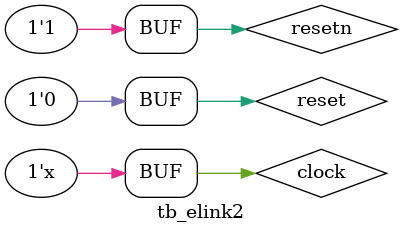
<source format=v>
/*
  Copyright (C) 2014 Adapteva, Inc.
 
  Contributed by Fred Huettig <fred@adapteva.com>

   This program is free software: you can redistribute it and/or modify
  it under the terms of the GNU General Public License as published by
  the Free Software Foundation, either version 3 of the License, or
  (at your option) any later version.This program is distributed in the hope 
  that it will be useful,but WITHOUT ANY WARRANTY; without even the implied 
  warranty of MERCHANTABILITY or FITNESS FOR A PARTICULAR PURPOSE.  See the
  GNU General Public License for more details. You should have received a copy 
  of the GNU General Public License along with this program (see the file 
  COPYING).  If not, see <http://www.gnu.org/licenses/>.
 */

`timescale 1ns/10ps

module tb_elink2 ();

   //Parallella Master parameters (connect to test slave)
   parameter MIDW  = 6;  //ID Width
   parameter MAW   = 32; //Address Bus Width
   parameter MDW   = 64; //Data Bus Width
   parameter MSTW  = 8;  //Number of strobes

   //Parallella Slave parameters (connect to test master)
   parameter SIDW  = 12; //ID Width
   parameter SAW   = 32; //Address Bus Width
   parameter SDW   = 32; //Data Bus Width
   parameter SSTW  = 8; //Number of strobes

   parameter CLOCKPERIOD = 10;

   reg clock;
   reg resetn;
   wire reset = ~resetn;
   
   initial begin
      clock <= 1'b0;
      resetn <= 1'b0;
      #50 resetn <= 1'b1;
   end

   always
     #(CLOCKPERIOD/2.0) clock <= ~clock;

   /*AUTOWIRE*/
   // Beginning of automatic wires (for undeclared instantiated-module outputs)
   wire [3:0]           DONE;                   // From maxi_gold of maxi_test.v, ...
   wire [3:0]           ERROR;                  // From maxi_gold of maxi_test.v, ...
   wire                 d2g_cclk_n;             // From golden of parallella.v
   wire                 d2g_cclk_p;             // From golden of parallella.v
   wire [7:0]           d2g_data_n;             // From dut of parallella.v
   wire [7:0]           d2g_data_p;             // From dut of parallella.v
   wire                 d2g_frame_n;            // From dut of parallella.v
   wire                 d2g_frame_p;            // From dut of parallella.v
   wire                 d2g_lclk_n;             // From dut of parallella.v
   wire                 d2g_lclk_p;             // From dut of parallella.v
   wire                 d2g_rd_wait_n;          // From golden of parallella.v
   wire                 d2g_rd_wait_p;          // From golden of parallella.v
   wire                 d2g_wr_wait_n;          // From golden of parallella.v
   wire                 d2g_wr_wait_p;          // From golden of parallella.v
   wire [MAW-1:0]       dut_emaxi_araddr;       // From dut of parallella.v
   wire [1:0]           dut_emaxi_arburst;      // From dut of parallella.v
   wire [3:0]           dut_emaxi_arcache;      // From dut of parallella.v
   wire [MIDW-1:0]      dut_emaxi_arid;         // From dut of parallella.v
   wire [3:0]           dut_emaxi_arlen;        // From dut of parallella.v
   wire [1:0]           dut_emaxi_arlock;       // From dut of parallella.v
   wire [2:0]           dut_emaxi_arprot;       // From dut of parallella.v
   wire [3:0]           dut_emaxi_arqos;        // From dut of parallella.v
   wire                 dut_emaxi_arready;      // From saxi_dut of saxi_test.v
   wire [2:0]           dut_emaxi_arsize;       // From dut of parallella.v
   wire                 dut_emaxi_arvalid;      // From dut of parallella.v
   wire [MAW-1:0]       dut_emaxi_awaddr;       // From dut of parallella.v
   wire [1:0]           dut_emaxi_awburst;      // From dut of parallella.v
   wire [3:0]           dut_emaxi_awcache;      // From dut of parallella.v
   wire [MIDW-1:0]      dut_emaxi_awid;         // From dut of parallella.v
   wire [3:0]           dut_emaxi_awlen;        // From dut of parallella.v
   wire [1:0]           dut_emaxi_awlock;       // From dut of parallella.v
   wire [2:0]           dut_emaxi_awprot;       // From dut of parallella.v
   wire [3:0]           dut_emaxi_awqos;        // From dut of parallella.v
   wire                 dut_emaxi_awready;      // From saxi_dut of saxi_test.v
   wire [2:0]           dut_emaxi_awsize;       // From dut of parallella.v
   wire                 dut_emaxi_awvalid;      // From dut of parallella.v
   wire [MIDW-1:0]      dut_emaxi_bid;          // From saxi_dut of saxi_test.v
   wire                 dut_emaxi_bready;       // From dut of parallella.v
   wire [1:0]           dut_emaxi_bresp;        // From saxi_dut of saxi_test.v
   wire                 dut_emaxi_bvalid;       // From saxi_dut of saxi_test.v
   wire [MDW-1:0]       dut_emaxi_rdata;        // From saxi_dut of saxi_test.v
   wire [MIDW-1:0]      dut_emaxi_rid;          // From saxi_dut of saxi_test.v
   wire                 dut_emaxi_rlast;        // From saxi_dut of saxi_test.v
   wire                 dut_emaxi_rready;       // From dut of parallella.v
   wire [1:0]           dut_emaxi_rresp;        // From saxi_dut of saxi_test.v
   wire                 dut_emaxi_rvalid;       // From saxi_dut of saxi_test.v
   wire [MDW-1:0]       dut_emaxi_wdata;        // From dut of parallella.v
   wire [MIDW-1:0]      dut_emaxi_wid;          // From dut of parallella.v
   wire                 dut_emaxi_wlast;        // From dut of parallella.v
   wire                 dut_emaxi_wready;       // From saxi_dut of saxi_test.v
   wire [MSTW-1:0]      dut_emaxi_wstrb;        // From dut of parallella.v
   wire                 dut_emaxi_wvalid;       // From dut of parallella.v
   wire [SAW-1:0]       dut_esaxi_araddr;       // From maxi_dut of maxi_test.v
   wire [1:0]           dut_esaxi_arburst;      // From maxi_dut of maxi_test.v
   wire [3:0]           dut_esaxi_arcache;      // From maxi_dut of maxi_test.v
   wire [SIDW-1:0]      dut_esaxi_arid;         // From maxi_dut of maxi_test.v
   wire [3:0]           dut_esaxi_arlen;        // From maxi_dut of maxi_test.v
   wire [1:0]           dut_esaxi_arlock;       // From maxi_dut of maxi_test.v
   wire [2:0]           dut_esaxi_arprot;       // From maxi_dut of maxi_test.v
   wire [3:0]           dut_esaxi_arqos;        // From maxi_dut of maxi_test.v
   wire                 dut_esaxi_arready;      // From dut of parallella.v
   wire [2:0]           dut_esaxi_arsize;       // From maxi_dut of maxi_test.v
   wire                 dut_esaxi_arvalid;      // From maxi_dut of maxi_test.v
   wire [SAW-1:0]       dut_esaxi_awaddr;       // From maxi_dut of maxi_test.v
   wire [1:0]           dut_esaxi_awburst;      // From maxi_dut of maxi_test.v
   wire [3:0]           dut_esaxi_awcache;      // From maxi_dut of maxi_test.v
   wire [SIDW-1:0]      dut_esaxi_awid;         // From maxi_dut of maxi_test.v
   wire [3:0]           dut_esaxi_awlen;        // From maxi_dut of maxi_test.v
   wire [1:0]           dut_esaxi_awlock;       // From maxi_dut of maxi_test.v
   wire [2:0]           dut_esaxi_awprot;       // From maxi_dut of maxi_test.v
   wire [3:0]           dut_esaxi_awqos;        // From maxi_dut of maxi_test.v
   wire                 dut_esaxi_awready;      // From dut of parallella.v
   wire [2:0]           dut_esaxi_awsize;       // From maxi_dut of maxi_test.v
   wire                 dut_esaxi_awvalid;      // From maxi_dut of maxi_test.v
   wire [SIDW-1:0]      dut_esaxi_bid;          // From dut of parallella.v
   wire                 dut_esaxi_bready;       // From maxi_dut of maxi_test.v
   wire [1:0]           dut_esaxi_bresp;        // From dut of parallella.v
   wire                 dut_esaxi_bvalid;       // From dut of parallella.v
   wire [SDW-1:0]       dut_esaxi_rdata;        // From dut of parallella.v
   wire [SIDW-1:0]      dut_esaxi_rid;          // From dut of parallella.v
   wire                 dut_esaxi_rlast;        // From dut of parallella.v
   wire                 dut_esaxi_rready;       // From maxi_dut of maxi_test.v
   wire [1:0]           dut_esaxi_rresp;        // From dut of parallella.v
   wire                 dut_esaxi_rvalid;       // From dut of parallella.v
   wire [SDW-1:0]       dut_esaxi_wdata;        // From maxi_dut of maxi_test.v
   wire [SIDW-1:0]      dut_esaxi_wid;          // From maxi_dut of maxi_test.v
   wire                 dut_esaxi_wlast;        // From maxi_dut of maxi_test.v
   wire                 dut_esaxi_wready;       // From dut of parallella.v
   wire [SSTW-1:0]      dut_esaxi_wstrb;        // From maxi_dut of maxi_test.v
   wire                 dut_esaxi_wvalid;       // From maxi_dut of maxi_test.v
   wire                 g2d_cclk_n;             // From dut of parallella.v
   wire                 g2d_cclk_p;             // From dut of parallella.v
   wire [7:0]           g2d_data_n;             // From golden of parallella.v
   wire [7:0]           g2d_data_p;             // From golden of parallella.v
   wire                 g2d_frame_n;            // From golden of parallella.v
   wire                 g2d_frame_p;            // From golden of parallella.v
   wire                 g2d_lclk_n;             // From golden of parallella.v
   wire                 g2d_lclk_p;             // From golden of parallella.v
   wire                 g2d_rd_wait_n;          // From dut of parallella.v
   wire                 g2d_rd_wait_p;          // From dut of parallella.v
   wire                 g2d_wr_wait_n;          // From dut of parallella.v
   wire                 g2d_wr_wait_p;          // From dut of parallella.v
   wire [MAW-1:0]       gold_emaxi_araddr;      // From golden of parallella.v
   wire [1:0]           gold_emaxi_arburst;     // From golden of parallella.v
   wire [3:0]           gold_emaxi_arcache;     // From golden of parallella.v
   wire [MIDW-1:0]      gold_emaxi_arid;        // From golden of parallella.v
   wire [3:0]           gold_emaxi_arlen;       // From golden of parallella.v
   wire [1:0]           gold_emaxi_arlock;      // From golden of parallella.v
   wire [2:0]           gold_emaxi_arprot;      // From golden of parallella.v
   wire [3:0]           gold_emaxi_arqos;       // From golden of parallella.v
   wire                 gold_emaxi_arready;     // From saxi_gold of saxi_test.v
   wire [2:0]           gold_emaxi_arsize;      // From golden of parallella.v
   wire                 gold_emaxi_arvalid;     // From golden of parallella.v
   wire [MAW-1:0]       gold_emaxi_awaddr;      // From golden of parallella.v
   wire [1:0]           gold_emaxi_awburst;     // From golden of parallella.v
   wire [3:0]           gold_emaxi_awcache;     // From golden of parallella.v
   wire [MIDW-1:0]      gold_emaxi_awid;        // From golden of parallella.v
   wire [3:0]           gold_emaxi_awlen;       // From golden of parallella.v
   wire [1:0]           gold_emaxi_awlock;      // From golden of parallella.v
   wire [2:0]           gold_emaxi_awprot;      // From golden of parallella.v
   wire [3:0]           gold_emaxi_awqos;       // From golden of parallella.v
   wire                 gold_emaxi_awready;     // From saxi_gold of saxi_test.v
   wire [2:0]           gold_emaxi_awsize;      // From golden of parallella.v
   wire                 gold_emaxi_awvalid;     // From golden of parallella.v
   wire [MIDW-1:0]      gold_emaxi_bid;         // From saxi_gold of saxi_test.v
   wire                 gold_emaxi_bready;      // From golden of parallella.v
   wire [1:0]           gold_emaxi_bresp;       // From saxi_gold of saxi_test.v
   wire                 gold_emaxi_bvalid;      // From saxi_gold of saxi_test.v
   wire [MDW-1:0]       gold_emaxi_rdata;       // From saxi_gold of saxi_test.v
   wire [MIDW-1:0]      gold_emaxi_rid;         // From saxi_gold of saxi_test.v
   wire                 gold_emaxi_rlast;       // From saxi_gold of saxi_test.v
   wire                 gold_emaxi_rready;      // From golden of parallella.v
   wire [1:0]           gold_emaxi_rresp;       // From saxi_gold of saxi_test.v
   wire                 gold_emaxi_rvalid;      // From saxi_gold of saxi_test.v
   wire [MDW-1:0]       gold_emaxi_wdata;       // From golden of parallella.v
   wire [MIDW-1:0]      gold_emaxi_wid;         // From golden of parallella.v
   wire                 gold_emaxi_wlast;       // From golden of parallella.v
   wire                 gold_emaxi_wready;      // From saxi_gold of saxi_test.v
   wire [MSTW-1:0]      gold_emaxi_wstrb;       // From golden of parallella.v
   wire                 gold_emaxi_wvalid;      // From golden of parallella.v
   wire [SAW-1:0]       gold_esaxi_araddr;      // From maxi_gold of maxi_test.v
   wire [1:0]           gold_esaxi_arburst;     // From maxi_gold of maxi_test.v
   wire [3:0]           gold_esaxi_arcache;     // From maxi_gold of maxi_test.v
   wire [SIDW-1:0]      gold_esaxi_arid;        // From maxi_gold of maxi_test.v
   wire [3:0]           gold_esaxi_arlen;       // From maxi_gold of maxi_test.v
   wire [1:0]           gold_esaxi_arlock;      // From maxi_gold of maxi_test.v
   wire [2:0]           gold_esaxi_arprot;      // From maxi_gold of maxi_test.v
   wire [3:0]           gold_esaxi_arqos;       // From maxi_gold of maxi_test.v
   wire                 gold_esaxi_arready;     // From golden of parallella.v
   wire [2:0]           gold_esaxi_arsize;      // From maxi_gold of maxi_test.v
   wire                 gold_esaxi_arvalid;     // From maxi_gold of maxi_test.v
   wire [SAW-1:0]       gold_esaxi_awaddr;      // From maxi_gold of maxi_test.v
   wire [1:0]           gold_esaxi_awburst;     // From maxi_gold of maxi_test.v
   wire [3:0]           gold_esaxi_awcache;     // From maxi_gold of maxi_test.v
   wire [SIDW-1:0]      gold_esaxi_awid;        // From maxi_gold of maxi_test.v
   wire [3:0]           gold_esaxi_awlen;       // From maxi_gold of maxi_test.v
   wire [1:0]           gold_esaxi_awlock;      // From maxi_gold of maxi_test.v
   wire [2:0]           gold_esaxi_awprot;      // From maxi_gold of maxi_test.v
   wire [3:0]           gold_esaxi_awqos;       // From maxi_gold of maxi_test.v
   wire                 gold_esaxi_awready;     // From golden of parallella.v
   wire [2:0]           gold_esaxi_awsize;      // From maxi_gold of maxi_test.v
   wire                 gold_esaxi_awvalid;     // From maxi_gold of maxi_test.v
   wire [SIDW-1:0]      gold_esaxi_bid;         // From golden of parallella.v
   wire                 gold_esaxi_bready;      // From maxi_gold of maxi_test.v
   wire [1:0]           gold_esaxi_bresp;       // From golden of parallella.v
   wire                 gold_esaxi_bvalid;      // From golden of parallella.v
   wire [SDW-1:0]       gold_esaxi_rdata;       // From golden of parallella.v
   wire [SIDW-1:0]      gold_esaxi_rid;         // From golden of parallella.v
   wire                 gold_esaxi_rlast;       // From golden of parallella.v
   wire                 gold_esaxi_rready;      // From maxi_gold of maxi_test.v
   wire [1:0]           gold_esaxi_rresp;       // From golden of parallella.v
   wire                 gold_esaxi_rvalid;      // From golden of parallella.v
   wire [SDW-1:0]       gold_esaxi_wdata;       // From maxi_gold of maxi_test.v
   wire [SIDW-1:0]      gold_esaxi_wid;         // From maxi_gold of maxi_test.v
   wire                 gold_esaxi_wlast;       // From maxi_gold of maxi_test.v
   wire                 gold_esaxi_wready;      // From golden of parallella.v
   wire [SSTW-1:0]      gold_esaxi_wstrb;       // From maxi_gold of maxi_test.v
   wire                 gold_esaxi_wvalid;      // From maxi_gold of maxi_test.v
   // End of automatics

   /* maxi_test AUTO_TEMPLATE(
    .ERROR        (ERROR[0]),
    .DONE         (DONE[0]),
    ..*_aclk      (clock),
    ..*_aresetn   (resetn),
    .m_axi\(.*\)  (gold_esaxi\1[]),
    ); */

   maxi_test
     #(/*AUTOINSTPARAM*/
       // Parameters
       .SIDW                            (SIDW),
       .SAW                             (SAW),
       .SDW                             (SDW),
       .SSTW                            (SSTW))
   maxi_gold
     (/*AUTOINST*/
      // Outputs
      .ERROR                            (ERROR[0]),              // Templated
      .DONE                             (DONE[0]),               // Templated
      .m_axi_awid                       (gold_esaxi_awid[SIDW-1:0]), // Templated
      .m_axi_awaddr                     (gold_esaxi_awaddr[SAW-1:0]), // Templated
      .m_axi_awlen                      (gold_esaxi_awlen[3:0]), // Templated
      .m_axi_awsize                     (gold_esaxi_awsize[2:0]), // Templated
      .m_axi_awburst                    (gold_esaxi_awburst[1:0]), // Templated
      .m_axi_awlock                     (gold_esaxi_awlock[1:0]), // Templated
      .m_axi_awcache                    (gold_esaxi_awcache[3:0]), // Templated
      .m_axi_awprot                     (gold_esaxi_awprot[2:0]), // Templated
      .m_axi_awvalid                    (gold_esaxi_awvalid),    // Templated
      .m_axi_awqos                      (gold_esaxi_awqos[3:0]), // Templated
      .m_axi_wid                        (gold_esaxi_wid[SIDW-1:0]), // Templated
      .m_axi_wdata                      (gold_esaxi_wdata[SDW-1:0]), // Templated
      .m_axi_wstrb                      (gold_esaxi_wstrb[SSTW-1:0]), // Templated
      .m_axi_wlast                      (gold_esaxi_wlast),      // Templated
      .m_axi_wvalid                     (gold_esaxi_wvalid),     // Templated
      .m_axi_bready                     (gold_esaxi_bready),     // Templated
      .m_axi_arid                       (gold_esaxi_arid[SIDW-1:0]), // Templated
      .m_axi_araddr                     (gold_esaxi_araddr[SAW-1:0]), // Templated
      .m_axi_arlen                      (gold_esaxi_arlen[3:0]), // Templated
      .m_axi_arsize                     (gold_esaxi_arsize[2:0]), // Templated
      .m_axi_arburst                    (gold_esaxi_arburst[1:0]), // Templated
      .m_axi_arlock                     (gold_esaxi_arlock[1:0]), // Templated
      .m_axi_arcache                    (gold_esaxi_arcache[3:0]), // Templated
      .m_axi_arprot                     (gold_esaxi_arprot[2:0]), // Templated
      .m_axi_arvalid                    (gold_esaxi_arvalid),    // Templated
      .m_axi_arqos                      (gold_esaxi_arqos[3:0]), // Templated
      .m_axi_rready                     (gold_esaxi_rready),     // Templated
      // Inputs
      .m_axi_aclk                       (clock),                 // Templated
      .m_axi_aresetn                    (resetn),                // Templated
      .m_axi_awready                    (gold_esaxi_awready),    // Templated
      .m_axi_wready                     (gold_esaxi_wready),     // Templated
      .m_axi_bid                        (gold_esaxi_bid[SIDW-1:0]), // Templated
      .m_axi_bresp                      (gold_esaxi_bresp[1:0]), // Templated
      .m_axi_bvalid                     (gold_esaxi_bvalid),     // Templated
      .m_axi_arready                    (gold_esaxi_arready),    // Templated
      .m_axi_rid                        (gold_esaxi_rid[SIDW-1:0]), // Templated
      .m_axi_rdata                      (gold_esaxi_rdata[SDW-1:0]), // Templated
      .m_axi_rresp                      (gold_esaxi_rresp[1:0]), // Templated
      .m_axi_rlast                      (gold_esaxi_rlast),      // Templated
      .m_axi_rvalid                     (gold_esaxi_rvalid));     // Templated

   /* saxi_test AUTO_TEMPLATE(
    .ERROR        (ERROR[1]),
    .DONE         (DONE[1]),
    ..*_aclk      (clock),
    ..*_aresetn   (resetn),
    .s_axi\(.*\)  (gold_emaxi\1[]),
    ); */

   saxi_test
     #(/*AUTOINSTPARAM*/
       // Parameters
       .MIDW                            (MIDW),
       .MAW                             (MAW),
       .MDW                             (MDW),
       .MSTW                            (MSTW))
   saxi_gold
     (/*AUTOINST*/
      // Outputs
      .ERROR                            (ERROR[1]),              // Templated
      .DONE                             (DONE[1]),               // Templated
      .s_axi_awready                    (gold_emaxi_awready),    // Templated
      .s_axi_wready                     (gold_emaxi_wready),     // Templated
      .s_axi_bid                        (gold_emaxi_bid[MIDW-1:0]), // Templated
      .s_axi_bresp                      (gold_emaxi_bresp[1:0]), // Templated
      .s_axi_bvalid                     (gold_emaxi_bvalid),     // Templated
      .s_axi_arready                    (gold_emaxi_arready),    // Templated
      .s_axi_rid                        (gold_emaxi_rid[MIDW-1:0]), // Templated
      .s_axi_rdata                      (gold_emaxi_rdata[MDW-1:0]), // Templated
      .s_axi_rresp                      (gold_emaxi_rresp[1:0]), // Templated
      .s_axi_rlast                      (gold_emaxi_rlast),      // Templated
      .s_axi_rvalid                     (gold_emaxi_rvalid),     // Templated
      // Inputs
      .s_axi_aclk                       (clock),                 // Templated
      .s_axi_aresetn                    (resetn),                // Templated
      .s_axi_awid                       (gold_emaxi_awid[MIDW-1:0]), // Templated
      .s_axi_awaddr                     (gold_emaxi_awaddr[MAW-1:0]), // Templated
      .s_axi_awlen                      (gold_emaxi_awlen[3:0]), // Templated
      .s_axi_awsize                     (gold_emaxi_awsize[2:0]), // Templated
      .s_axi_awburst                    (gold_emaxi_awburst[1:0]), // Templated
      .s_axi_awlock                     (gold_emaxi_awlock[1:0]), // Templated
      .s_axi_awcache                    (gold_emaxi_awcache[3:0]), // Templated
      .s_axi_awprot                     (gold_emaxi_awprot[2:0]), // Templated
      .s_axi_awvalid                    (gold_emaxi_awvalid),    // Templated
      .s_axi_awqos                      (gold_emaxi_awqos[3:0]), // Templated
      .s_axi_wid                        (gold_emaxi_wid[MIDW-1:0]), // Templated
      .s_axi_wdata                      (gold_emaxi_wdata[MDW-1:0]), // Templated
      .s_axi_wstrb                      (gold_emaxi_wstrb[MSTW-1:0]), // Templated
      .s_axi_wlast                      (gold_emaxi_wlast),      // Templated
      .s_axi_wvalid                     (gold_emaxi_wvalid),     // Templated
      .s_axi_bready                     (gold_emaxi_bready),     // Templated
      .s_axi_arid                       (gold_emaxi_arid[MIDW-1:0]), // Templated
      .s_axi_araddr                     (gold_emaxi_araddr[MAW-1:0]), // Templated
      .s_axi_arlen                      (gold_emaxi_arlen[3:0]), // Templated
      .s_axi_arsize                     (gold_emaxi_arsize[2:0]), // Templated
      .s_axi_arburst                    (gold_emaxi_arburst[1:0]), // Templated
      .s_axi_arlock                     (gold_emaxi_arlock[1:0]), // Templated
      .s_axi_arcache                    (gold_emaxi_arcache[3:0]), // Templated
      .s_axi_arprot                     (gold_emaxi_arprot[2:0]), // Templated
      .s_axi_arvalid                    (gold_emaxi_arvalid),    // Templated
      .s_axi_arqos                      (gold_emaxi_arqos[3:0]), // Templated
      .s_axi_rready                     (gold_emaxi_rready));     // Templated
   

   /* parallella AUTO_TEMPLATE(
    ..*_aclk      (clock),
    ..*_aresetn   (resetn),
    .tx[io]\(.*\) (g2d\1[]),
    .rx[io]\(.*\) (d2g\1[]),
    .emaxi\(.*\)  (gold_emaxi\1[]),
    .esaxi\(.*\)  (gold_esaxi\1[]),
    ); */

   // Reference module
   parallella golden
     (
      .csysack                          (),
      .csysreq                          (1'b0),
      .cactive                          (),
      .reset_chip                       (),
      .reset_fpga                       (),
      .clkin_100                        (clock),
      /*AUTOINST*/
      // Outputs
      .txo_data_p                       (g2d_data_p[7:0]),       // Templated
      .txo_data_n                       (g2d_data_n[7:0]),       // Templated
      .txo_frame_p                      (g2d_frame_p),           // Templated
      .txo_frame_n                      (g2d_frame_n),           // Templated
      .txo_lclk_p                       (g2d_lclk_p),            // Templated
      .txo_lclk_n                       (g2d_lclk_n),            // Templated
      .rxo_wr_wait_p                    (d2g_wr_wait_p),         // Templated
      .rxo_wr_wait_n                    (d2g_wr_wait_n),         // Templated
      .rxo_rd_wait_p                    (d2g_rd_wait_p),         // Templated
      .rxo_rd_wait_n                    (d2g_rd_wait_n),         // Templated
      .rxi_cclk_p                       (d2g_cclk_p),            // Templated
      .rxi_cclk_n                       (d2g_cclk_n),            // Templated
      .emaxi_awid                       (gold_emaxi_awid[MIDW-1:0]), // Templated
      .emaxi_awaddr                     (gold_emaxi_awaddr[MAW-1:0]), // Templated
      .emaxi_awlen                      (gold_emaxi_awlen[3:0]), // Templated
      .emaxi_awsize                     (gold_emaxi_awsize[2:0]), // Templated
      .emaxi_awburst                    (gold_emaxi_awburst[1:0]), // Templated
      .emaxi_awlock                     (gold_emaxi_awlock[1:0]), // Templated
      .emaxi_awcache                    (gold_emaxi_awcache[3:0]), // Templated
      .emaxi_awprot                     (gold_emaxi_awprot[2:0]), // Templated
      .emaxi_awvalid                    (gold_emaxi_awvalid),    // Templated
      .esaxi_awready                    (gold_esaxi_awready),    // Templated
      .emaxi_wid                        (gold_emaxi_wid[MIDW-1:0]), // Templated
      .emaxi_wdata                      (gold_emaxi_wdata[MDW-1:0]), // Templated
      .emaxi_wstrb                      (gold_emaxi_wstrb[MSTW-1:0]), // Templated
      .emaxi_wlast                      (gold_emaxi_wlast),      // Templated
      .emaxi_wvalid                     (gold_emaxi_wvalid),     // Templated
      .esaxi_wready                     (gold_esaxi_wready),     // Templated
      .emaxi_bready                     (gold_emaxi_bready),     // Templated
      .esaxi_bid                        (gold_esaxi_bid[SIDW-1:0]), // Templated
      .esaxi_bresp                      (gold_esaxi_bresp[1:0]), // Templated
      .esaxi_bvalid                     (gold_esaxi_bvalid),     // Templated
      .emaxi_arid                       (gold_emaxi_arid[MIDW-1:0]), // Templated
      .emaxi_araddr                     (gold_emaxi_araddr[MAW-1:0]), // Templated
      .emaxi_arlen                      (gold_emaxi_arlen[3:0]), // Templated
      .emaxi_arsize                     (gold_emaxi_arsize[2:0]), // Templated
      .emaxi_arburst                    (gold_emaxi_arburst[1:0]), // Templated
      .emaxi_arlock                     (gold_emaxi_arlock[1:0]), // Templated
      .emaxi_arcache                    (gold_emaxi_arcache[3:0]), // Templated
      .emaxi_arprot                     (gold_emaxi_arprot[2:0]), // Templated
      .emaxi_arvalid                    (gold_emaxi_arvalid),    // Templated
      .esaxi_arready                    (gold_esaxi_arready),    // Templated
      .emaxi_rready                     (gold_emaxi_rready),     // Templated
      .esaxi_rid                        (gold_esaxi_rid[SIDW-1:0]), // Templated
      .esaxi_rdata                      (gold_esaxi_rdata[SDW-1:0]), // Templated
      .esaxi_rresp                      (gold_esaxi_rresp[1:0]), // Templated
      .esaxi_rlast                      (gold_esaxi_rlast),      // Templated
      .esaxi_rvalid                     (gold_esaxi_rvalid),     // Templated
      .emaxi_awqos                      (gold_emaxi_awqos[3:0]), // Templated
      .emaxi_arqos                      (gold_emaxi_arqos[3:0]), // Templated
      // Inputs
      .esaxi_aclk                       (clock),                 // Templated
      .emaxi_aclk                       (clock),                 // Templated
      .reset                            (reset),
      .esaxi_aresetn                    (resetn),                // Templated
      .emaxi_aresetn                    (resetn),                // Templated
      .rxi_data_p                       (d2g_data_p[7:0]),       // Templated
      .rxi_data_n                       (d2g_data_n[7:0]),       // Templated
      .rxi_frame_p                      (d2g_frame_p),           // Templated
      .rxi_frame_n                      (d2g_frame_n),           // Templated
      .rxi_lclk_p                       (d2g_lclk_p),            // Templated
      .rxi_lclk_n                       (d2g_lclk_n),            // Templated
      .txi_wr_wait_p                    (g2d_wr_wait_p),         // Templated
      .txi_wr_wait_n                    (g2d_wr_wait_n),         // Templated
      .txi_rd_wait_p                    (g2d_rd_wait_p),         // Templated
      .txi_rd_wait_n                    (g2d_rd_wait_n),         // Templated
      .emaxi_awready                    (gold_emaxi_awready),    // Templated
      .esaxi_awid                       (gold_esaxi_awid[SIDW-1:0]), // Templated
      .esaxi_awaddr                     (gold_esaxi_awaddr[MAW-1:0]), // Templated
      .esaxi_awlen                      (gold_esaxi_awlen[3:0]), // Templated
      .esaxi_awsize                     (gold_esaxi_awsize[2:0]), // Templated
      .esaxi_awburst                    (gold_esaxi_awburst[1:0]), // Templated
      .esaxi_awlock                     (gold_esaxi_awlock[1:0]), // Templated
      .esaxi_awcache                    (gold_esaxi_awcache[3:0]), // Templated
      .esaxi_awprot                     (gold_esaxi_awprot[2:0]), // Templated
      .esaxi_awvalid                    (gold_esaxi_awvalid),    // Templated
      .emaxi_wready                     (gold_emaxi_wready),     // Templated
      .esaxi_wid                        (gold_esaxi_wid[SIDW-1:0]), // Templated
      .esaxi_wdata                      (gold_esaxi_wdata[SDW-1:0]), // Templated
      .esaxi_wstrb                      (gold_esaxi_wstrb[SSTW-1:0]), // Templated
      .esaxi_wlast                      (gold_esaxi_wlast),      // Templated
      .esaxi_wvalid                     (gold_esaxi_wvalid),     // Templated
      .emaxi_bid                        (gold_emaxi_bid[MIDW-1:0]), // Templated
      .emaxi_bresp                      (gold_emaxi_bresp[1:0]), // Templated
      .emaxi_bvalid                     (gold_emaxi_bvalid),     // Templated
      .esaxi_bready                     (gold_esaxi_bready),     // Templated
      .emaxi_arready                    (gold_emaxi_arready),    // Templated
      .esaxi_arid                       (gold_esaxi_arid[SIDW-1:0]), // Templated
      .esaxi_araddr                     (gold_esaxi_araddr[MAW-1:0]), // Templated
      .esaxi_arlen                      (gold_esaxi_arlen[3:0]), // Templated
      .esaxi_arsize                     (gold_esaxi_arsize[2:0]), // Templated
      .esaxi_arburst                    (gold_esaxi_arburst[1:0]), // Templated
      .esaxi_arlock                     (gold_esaxi_arlock[1:0]), // Templated
      .esaxi_arcache                    (gold_esaxi_arcache[3:0]), // Templated
      .esaxi_arprot                     (gold_esaxi_arprot[2:0]), // Templated
      .esaxi_arvalid                    (gold_esaxi_arvalid),    // Templated
      .emaxi_rid                        (gold_emaxi_rid[MIDW-1:0]), // Templated
      .emaxi_rdata                      (gold_emaxi_rdata[MDW-1:0]), // Templated
      .emaxi_rresp                      (gold_emaxi_rresp[1:0]), // Templated
      .emaxi_rlast                      (gold_emaxi_rlast),      // Templated
      .emaxi_rvalid                     (gold_emaxi_rvalid),     // Templated
      .esaxi_rready                     (gold_esaxi_rready),     // Templated
      .esaxi_awqos                      (gold_esaxi_awqos[3:0]), // Templated
      .esaxi_arqos                      (gold_esaxi_arqos[3:0])); // Templated

   /* parallella AUTO_TEMPLATE(
    ..*_aclk      (clock),
    ..*_aresetn   (resetn),
    .tx[io]\(.*\) (d2g\1[]),
    .rx[io]\(.*\) (g2d\1[]),
    .emaxi\(.*\)  (dut_emaxi\1[]),
    .esaxi\(.*\)  (dut_esaxi\1[]),
    ); */

  parallella dut
     (
      .csysack                          (),
      .csysreq                          (1'b0),
      .cactive                          (),
      .reset_chip                       (),
      .reset_fpga                       (),
      .clkin_100                        (clock),
      /*AUTOINST*/
      // Outputs
      .txo_data_p                       (d2g_data_p[7:0]),       // Templated
      .txo_data_n                       (d2g_data_n[7:0]),       // Templated
      .txo_frame_p                      (d2g_frame_p),           // Templated
      .txo_frame_n                      (d2g_frame_n),           // Templated
      .txo_lclk_p                       (d2g_lclk_p),            // Templated
      .txo_lclk_n                       (d2g_lclk_n),            // Templated
      .rxo_wr_wait_p                    (g2d_wr_wait_p),         // Templated
      .rxo_wr_wait_n                    (g2d_wr_wait_n),         // Templated
      .rxo_rd_wait_p                    (g2d_rd_wait_p),         // Templated
      .rxo_rd_wait_n                    (g2d_rd_wait_n),         // Templated
      .rxi_cclk_p                       (g2d_cclk_p),            // Templated
      .rxi_cclk_n                       (g2d_cclk_n),            // Templated
      .emaxi_awid                       (dut_emaxi_awid[MIDW-1:0]), // Templated
      .emaxi_awaddr                     (dut_emaxi_awaddr[MAW-1:0]), // Templated
      .emaxi_awlen                      (dut_emaxi_awlen[3:0]),  // Templated
      .emaxi_awsize                     (dut_emaxi_awsize[2:0]), // Templated
      .emaxi_awburst                    (dut_emaxi_awburst[1:0]), // Templated
      .emaxi_awlock                     (dut_emaxi_awlock[1:0]), // Templated
      .emaxi_awcache                    (dut_emaxi_awcache[3:0]), // Templated
      .emaxi_awprot                     (dut_emaxi_awprot[2:0]), // Templated
      .emaxi_awvalid                    (dut_emaxi_awvalid),     // Templated
      .esaxi_awready                    (dut_esaxi_awready),     // Templated
      .emaxi_wid                        (dut_emaxi_wid[MIDW-1:0]), // Templated
      .emaxi_wdata                      (dut_emaxi_wdata[MDW-1:0]), // Templated
      .emaxi_wstrb                      (dut_emaxi_wstrb[MSTW-1:0]), // Templated
      .emaxi_wlast                      (dut_emaxi_wlast),       // Templated
      .emaxi_wvalid                     (dut_emaxi_wvalid),      // Templated
      .esaxi_wready                     (dut_esaxi_wready),      // Templated
      .emaxi_bready                     (dut_emaxi_bready),      // Templated
      .esaxi_bid                        (dut_esaxi_bid[SIDW-1:0]), // Templated
      .esaxi_bresp                      (dut_esaxi_bresp[1:0]),  // Templated
      .esaxi_bvalid                     (dut_esaxi_bvalid),      // Templated
      .emaxi_arid                       (dut_emaxi_arid[MIDW-1:0]), // Templated
      .emaxi_araddr                     (dut_emaxi_araddr[MAW-1:0]), // Templated
      .emaxi_arlen                      (dut_emaxi_arlen[3:0]),  // Templated
      .emaxi_arsize                     (dut_emaxi_arsize[2:0]), // Templated
      .emaxi_arburst                    (dut_emaxi_arburst[1:0]), // Templated
      .emaxi_arlock                     (dut_emaxi_arlock[1:0]), // Templated
      .emaxi_arcache                    (dut_emaxi_arcache[3:0]), // Templated
      .emaxi_arprot                     (dut_emaxi_arprot[2:0]), // Templated
      .emaxi_arvalid                    (dut_emaxi_arvalid),     // Templated
      .esaxi_arready                    (dut_esaxi_arready),     // Templated
      .emaxi_rready                     (dut_emaxi_rready),      // Templated
      .esaxi_rid                        (dut_esaxi_rid[SIDW-1:0]), // Templated
      .esaxi_rdata                      (dut_esaxi_rdata[SDW-1:0]), // Templated
      .esaxi_rresp                      (dut_esaxi_rresp[1:0]),  // Templated
      .esaxi_rlast                      (dut_esaxi_rlast),       // Templated
      .esaxi_rvalid                     (dut_esaxi_rvalid),      // Templated
      .emaxi_awqos                      (dut_emaxi_awqos[3:0]),  // Templated
      .emaxi_arqos                      (dut_emaxi_arqos[3:0]),  // Templated
      // Inputs
      .esaxi_aclk                       (clock),                 // Templated
      .emaxi_aclk                       (clock),                 // Templated
      .reset                            (reset),
      .esaxi_aresetn                    (resetn),                // Templated
      .emaxi_aresetn                    (resetn),                // Templated
      .rxi_data_p                       (g2d_data_p[7:0]),       // Templated
      .rxi_data_n                       (g2d_data_n[7:0]),       // Templated
      .rxi_frame_p                      (g2d_frame_p),           // Templated
      .rxi_frame_n                      (g2d_frame_n),           // Templated
      .rxi_lclk_p                       (g2d_lclk_p),            // Templated
      .rxi_lclk_n                       (g2d_lclk_n),            // Templated
      .txi_wr_wait_p                    (d2g_wr_wait_p),         // Templated
      .txi_wr_wait_n                    (d2g_wr_wait_n),         // Templated
      .txi_rd_wait_p                    (d2g_rd_wait_p),         // Templated
      .txi_rd_wait_n                    (d2g_rd_wait_n),         // Templated
      .emaxi_awready                    (dut_emaxi_awready),     // Templated
      .esaxi_awid                       (dut_esaxi_awid[SIDW-1:0]), // Templated
      .esaxi_awaddr                     (dut_esaxi_awaddr[MAW-1:0]), // Templated
      .esaxi_awlen                      (dut_esaxi_awlen[3:0]),  // Templated
      .esaxi_awsize                     (dut_esaxi_awsize[2:0]), // Templated
      .esaxi_awburst                    (dut_esaxi_awburst[1:0]), // Templated
      .esaxi_awlock                     (dut_esaxi_awlock[1:0]), // Templated
      .esaxi_awcache                    (dut_esaxi_awcache[3:0]), // Templated
      .esaxi_awprot                     (dut_esaxi_awprot[2:0]), // Templated
      .esaxi_awvalid                    (dut_esaxi_awvalid),     // Templated
      .emaxi_wready                     (dut_emaxi_wready),      // Templated
      .esaxi_wid                        (dut_esaxi_wid[SIDW-1:0]), // Templated
      .esaxi_wdata                      (dut_esaxi_wdata[SDW-1:0]), // Templated
      .esaxi_wstrb                      (dut_esaxi_wstrb[SSTW-1:0]), // Templated
      .esaxi_wlast                      (dut_esaxi_wlast),       // Templated
      .esaxi_wvalid                     (dut_esaxi_wvalid),      // Templated
      .emaxi_bid                        (dut_emaxi_bid[MIDW-1:0]), // Templated
      .emaxi_bresp                      (dut_emaxi_bresp[1:0]),  // Templated
      .emaxi_bvalid                     (dut_emaxi_bvalid),      // Templated
      .esaxi_bready                     (dut_esaxi_bready),      // Templated
      .emaxi_arready                    (dut_emaxi_arready),     // Templated
      .esaxi_arid                       (dut_esaxi_arid[SIDW-1:0]), // Templated
      .esaxi_araddr                     (dut_esaxi_araddr[MAW-1:0]), // Templated
      .esaxi_arlen                      (dut_esaxi_arlen[3:0]),  // Templated
      .esaxi_arsize                     (dut_esaxi_arsize[2:0]), // Templated
      .esaxi_arburst                    (dut_esaxi_arburst[1:0]), // Templated
      .esaxi_arlock                     (dut_esaxi_arlock[1:0]), // Templated
      .esaxi_arcache                    (dut_esaxi_arcache[3:0]), // Templated
      .esaxi_arprot                     (dut_esaxi_arprot[2:0]), // Templated
      .esaxi_arvalid                    (dut_esaxi_arvalid),     // Templated
      .emaxi_rid                        (dut_emaxi_rid[MIDW-1:0]), // Templated
      .emaxi_rdata                      (dut_emaxi_rdata[MDW-1:0]), // Templated
      .emaxi_rresp                      (dut_emaxi_rresp[1:0]),  // Templated
      .emaxi_rlast                      (dut_emaxi_rlast),       // Templated
      .emaxi_rvalid                     (dut_emaxi_rvalid),      // Templated
      .esaxi_rready                     (dut_esaxi_rready),      // Templated
      .esaxi_awqos                      (dut_esaxi_awqos[3:0]),  // Templated
      .esaxi_arqos                      (dut_esaxi_arqos[3:0]));  // Templated

   /* maxi_test AUTO_TEMPLATE(
    .ERROR        (ERROR[2]),
    .DONE         (DONE[2]),
    ..*_aclk      (clock),
    ..*_aresetn   (resetn),
    .m_axi\(.*\)  (dut_esaxi\1[]),
    ); */

   maxi_test
     #(/*AUTOINSTPARAM*/
       // Parameters
       .SIDW                            (SIDW),
       .SAW                             (SAW),
       .SDW                             (SDW),
       .SSTW                            (SSTW))
   maxi_dut
     (/*AUTOINST*/
      // Outputs
      .ERROR                            (ERROR[2]),              // Templated
      .DONE                             (DONE[2]),               // Templated
      .m_axi_awid                       (dut_esaxi_awid[SIDW-1:0]), // Templated
      .m_axi_awaddr                     (dut_esaxi_awaddr[SAW-1:0]), // Templated
      .m_axi_awlen                      (dut_esaxi_awlen[3:0]),  // Templated
      .m_axi_awsize                     (dut_esaxi_awsize[2:0]), // Templated
      .m_axi_awburst                    (dut_esaxi_awburst[1:0]), // Templated
      .m_axi_awlock                     (dut_esaxi_awlock[1:0]), // Templated
      .m_axi_awcache                    (dut_esaxi_awcache[3:0]), // Templated
      .m_axi_awprot                     (dut_esaxi_awprot[2:0]), // Templated
      .m_axi_awvalid                    (dut_esaxi_awvalid),     // Templated
      .m_axi_awqos                      (dut_esaxi_awqos[3:0]),  // Templated
      .m_axi_wid                        (dut_esaxi_wid[SIDW-1:0]), // Templated
      .m_axi_wdata                      (dut_esaxi_wdata[SDW-1:0]), // Templated
      .m_axi_wstrb                      (dut_esaxi_wstrb[SSTW-1:0]), // Templated
      .m_axi_wlast                      (dut_esaxi_wlast),       // Templated
      .m_axi_wvalid                     (dut_esaxi_wvalid),      // Templated
      .m_axi_bready                     (dut_esaxi_bready),      // Templated
      .m_axi_arid                       (dut_esaxi_arid[SIDW-1:0]), // Templated
      .m_axi_araddr                     (dut_esaxi_araddr[SAW-1:0]), // Templated
      .m_axi_arlen                      (dut_esaxi_arlen[3:0]),  // Templated
      .m_axi_arsize                     (dut_esaxi_arsize[2:0]), // Templated
      .m_axi_arburst                    (dut_esaxi_arburst[1:0]), // Templated
      .m_axi_arlock                     (dut_esaxi_arlock[1:0]), // Templated
      .m_axi_arcache                    (dut_esaxi_arcache[3:0]), // Templated
      .m_axi_arprot                     (dut_esaxi_arprot[2:0]), // Templated
      .m_axi_arvalid                    (dut_esaxi_arvalid),     // Templated
      .m_axi_arqos                      (dut_esaxi_arqos[3:0]),  // Templated
      .m_axi_rready                     (dut_esaxi_rready),      // Templated
      // Inputs
      .m_axi_aclk                       (clock),                 // Templated
      .m_axi_aresetn                    (resetn),                // Templated
      .m_axi_awready                    (dut_esaxi_awready),     // Templated
      .m_axi_wready                     (dut_esaxi_wready),      // Templated
      .m_axi_bid                        (dut_esaxi_bid[SIDW-1:0]), // Templated
      .m_axi_bresp                      (dut_esaxi_bresp[1:0]),  // Templated
      .m_axi_bvalid                     (dut_esaxi_bvalid),      // Templated
      .m_axi_arready                    (dut_esaxi_arready),     // Templated
      .m_axi_rid                        (dut_esaxi_rid[SIDW-1:0]), // Templated
      .m_axi_rdata                      (dut_esaxi_rdata[SDW-1:0]), // Templated
      .m_axi_rresp                      (dut_esaxi_rresp[1:0]),  // Templated
      .m_axi_rlast                      (dut_esaxi_rlast),       // Templated
      .m_axi_rvalid                     (dut_esaxi_rvalid));      // Templated
   
   /* saxi_test AUTO_TEMPLATE(
    .ERROR        (ERROR[3]),
    .DONE         (DONE[3]),
    ..*_aclk      (clock),
    ..*_aresetn   (resetn),
    .s_axi\(.*\)  (dut_emaxi\1[]),
    ); */

   saxi_test
     #(/*AUTOINSTPARAM*/
       // Parameters
       .MIDW                            (MIDW),
       .MAW                             (MAW),
       .MDW                             (MDW),
       .MSTW                            (MSTW))
   saxi_dut
     (/*AUTOINST*/
      // Outputs
      .ERROR                            (ERROR[3]),              // Templated
      .DONE                             (DONE[3]),               // Templated
      .s_axi_awready                    (dut_emaxi_awready),     // Templated
      .s_axi_wready                     (dut_emaxi_wready),      // Templated
      .s_axi_bid                        (dut_emaxi_bid[MIDW-1:0]), // Templated
      .s_axi_bresp                      (dut_emaxi_bresp[1:0]),  // Templated
      .s_axi_bvalid                     (dut_emaxi_bvalid),      // Templated
      .s_axi_arready                    (dut_emaxi_arready),     // Templated
      .s_axi_rid                        (dut_emaxi_rid[MIDW-1:0]), // Templated
      .s_axi_rdata                      (dut_emaxi_rdata[MDW-1:0]), // Templated
      .s_axi_rresp                      (dut_emaxi_rresp[1:0]),  // Templated
      .s_axi_rlast                      (dut_emaxi_rlast),       // Templated
      .s_axi_rvalid                     (dut_emaxi_rvalid),      // Templated
      // Inputs
      .s_axi_aclk                       (clock),                 // Templated
      .s_axi_aresetn                    (resetn),                // Templated
      .s_axi_awid                       (dut_emaxi_awid[MIDW-1:0]), // Templated
      .s_axi_awaddr                     (dut_emaxi_awaddr[MAW-1:0]), // Templated
      .s_axi_awlen                      (dut_emaxi_awlen[3:0]),  // Templated
      .s_axi_awsize                     (dut_emaxi_awsize[2:0]), // Templated
      .s_axi_awburst                    (dut_emaxi_awburst[1:0]), // Templated
      .s_axi_awlock                     (dut_emaxi_awlock[1:0]), // Templated
      .s_axi_awcache                    (dut_emaxi_awcache[3:0]), // Templated
      .s_axi_awprot                     (dut_emaxi_awprot[2:0]), // Templated
      .s_axi_awvalid                    (dut_emaxi_awvalid),     // Templated
      .s_axi_awqos                      (dut_emaxi_awqos[3:0]),  // Templated
      .s_axi_wid                        (dut_emaxi_wid[MIDW-1:0]), // Templated
      .s_axi_wdata                      (dut_emaxi_wdata[MDW-1:0]), // Templated
      .s_axi_wstrb                      (dut_emaxi_wstrb[MSTW-1:0]), // Templated
      .s_axi_wlast                      (dut_emaxi_wlast),       // Templated
      .s_axi_wvalid                     (dut_emaxi_wvalid),      // Templated
      .s_axi_bready                     (dut_emaxi_bready),      // Templated
      .s_axi_arid                       (dut_emaxi_arid[MIDW-1:0]), // Templated
      .s_axi_araddr                     (dut_emaxi_araddr[MAW-1:0]), // Templated
      .s_axi_arlen                      (dut_emaxi_arlen[3:0]),  // Templated
      .s_axi_arsize                     (dut_emaxi_arsize[2:0]), // Templated
      .s_axi_arburst                    (dut_emaxi_arburst[1:0]), // Templated
      .s_axi_arlock                     (dut_emaxi_arlock[1:0]), // Templated
      .s_axi_arcache                    (dut_emaxi_arcache[3:0]), // Templated
      .s_axi_arprot                     (dut_emaxi_arprot[2:0]), // Templated
      .s_axi_arvalid                    (dut_emaxi_arvalid),     // Templated
      .s_axi_arqos                      (dut_emaxi_arqos[3:0]),  // Templated
      .s_axi_rready                     (dut_emaxi_rready));      // Templated
   
   
endmodule // tb_elink2

    // Local Variables:
    // verilog-library-directories:("." "../hdl/parallella-I" "../hdl/elink")
    // End:

</source>
